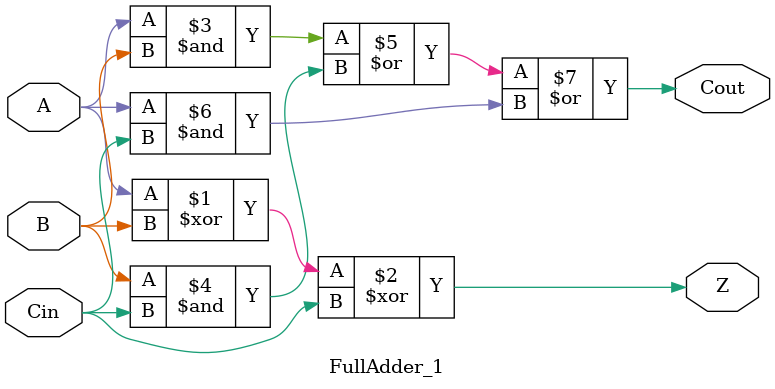
<source format=v>
`timescale 1ns / 1ps
module Practice_1(
	input[3:0] A,B,
	output [3:0] Z,
	output Cout
    );
	 
wire zero=0;
wire carry_0;
wire carry_1;
wire carry_2;

FullAdder_1 FA1(
	.A(A[0]),
	.B(B[0]),
	.Cin(zero),
	.Z(Z[0]),
	.Cout(carry_0)
);
FullAdder_1 FA2(
	.A(A[1]),
	.B(B[1]),
	.Cin(carry_0),
	.Z(Z[1]),
	.Cout(carry_1)
);
FullAdder_1 FA3(
	.A(A[2]),
	.B(B[2]),
	.Cin(carry_1),
	.Z(Z[2]),
	.Cout(carry_2)
);

FullAdder_1 FA4(
	.A(A[3]),
	.B(B[3]),
	.Cin(carry_2),
	.Z(Z[3]),
	.Cout(Cout)
);

endmodule

module FullAdder_1(
	input A,B,Cin,
	output Z,Cout
);
 assign Z = A^B^Cin ;
 assign Cout = A&B | B&Cin | A&Cin ;

endmodule
</source>
